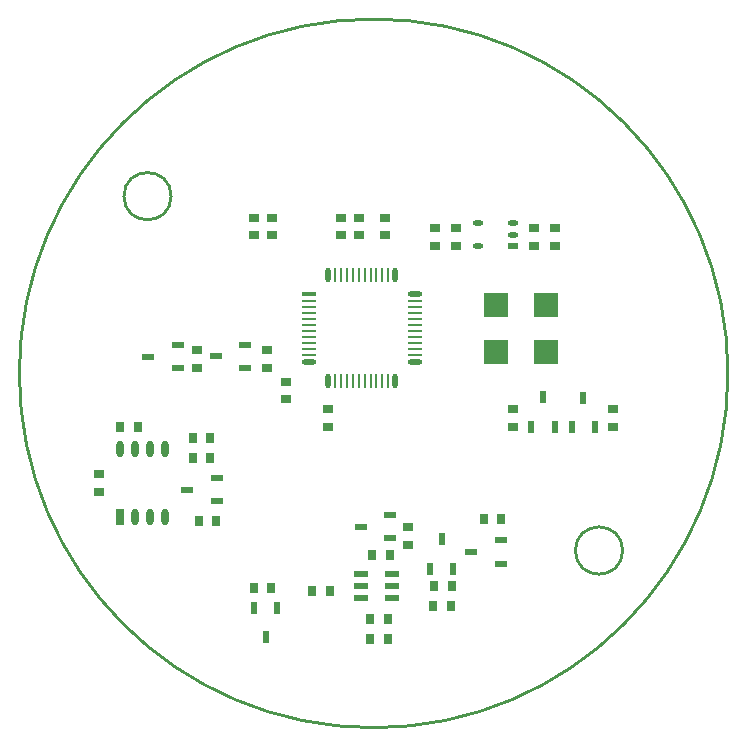
<source format=gtp>
%FSLAX25Y25*%
%MOIN*%
G70*
G01*
G75*
G04 Layer_Color=8421504*
%ADD10R,0.02756X0.03347*%
%ADD11R,0.03347X0.02756*%
%ADD12O,0.04724X0.00984*%
%ADD13R,0.04724X0.01772*%
%ADD14O,0.04724X0.01772*%
%ADD15O,0.00984X0.04724*%
%ADD16O,0.01772X0.04724*%
%ADD17R,0.03937X0.02362*%
%ADD18R,0.04724X0.01969*%
%ADD19O,0.03543X0.01969*%
%ADD20O,0.03543X0.01969*%
%ADD21R,0.03543X0.01969*%
%ADD22R,0.02362X0.03937*%
%ADD23O,0.02500X0.05500*%
%ADD24R,0.02500X0.05500*%
%ADD25R,0.07874X0.07874*%
%ADD26C,0.01000*%
%ADD27C,0.00800*%
%ADD28C,0.02000*%
%ADD29C,0.06000*%
%ADD30C,0.01500*%
%ADD31C,0.03000*%
%ADD32C,0.01200*%
%ADD33C,0.05906*%
%ADD34P,0.08352X4X180.0*%
%ADD35R,0.05906X0.05906*%
G04:AMPARAMS|DCode=36|XSize=78.74mil|YSize=118.11mil|CornerRadius=0mil|HoleSize=0mil|Usage=FLASHONLY|Rotation=45.000|XOffset=0mil|YOffset=0mil|HoleType=Round|Shape=Rectangle|*
%AMROTATEDRECTD36*
4,1,4,0.01392,-0.06960,-0.06960,0.01392,-0.01392,0.06960,0.06960,-0.01392,0.01392,-0.06960,0.0*
%
%ADD36ROTATEDRECTD36*%

G04:AMPARAMS|DCode=37|XSize=78.74mil|YSize=118.11mil|CornerRadius=0mil|HoleSize=0mil|Usage=FLASHONLY|Rotation=45.000|XOffset=0mil|YOffset=0mil|HoleType=Round|Shape=Round|*
%AMOVALD37*
21,1,0.03937,0.07874,0.00000,0.00000,135.0*
1,1,0.07874,0.01392,-0.01392*
1,1,0.07874,-0.01392,0.01392*
%
%ADD37OVALD37*%

G04:AMPARAMS|DCode=38|XSize=78.74mil|YSize=118.11mil|CornerRadius=0mil|HoleSize=0mil|Usage=FLASHONLY|Rotation=75.000|XOffset=0mil|YOffset=0mil|HoleType=Round|Shape=Round|*
%AMOVALD38*
21,1,0.03937,0.07874,0.00000,0.00000,165.0*
1,1,0.07874,0.01901,-0.00510*
1,1,0.07874,-0.01901,0.00510*
%
%ADD38OVALD38*%

G04:AMPARAMS|DCode=39|XSize=78.74mil|YSize=118.11mil|CornerRadius=0mil|HoleSize=0mil|Usage=FLASHONLY|Rotation=75.000|XOffset=0mil|YOffset=0mil|HoleType=Round|Shape=Rectangle|*
%AMROTATEDRECTD39*
4,1,4,0.04685,-0.05331,-0.06723,-0.02274,-0.04685,0.05331,0.06723,0.02274,0.04685,-0.05331,0.0*
%
%ADD39ROTATEDRECTD39*%

%ADD40P,0.08352X4X200.0*%
%ADD41R,0.05906X0.05906*%
%ADD42C,0.02000*%
%ADD43C,0.03000*%
%ADD44C,0.04000*%
%ADD45C,0.05000*%
%ADD46C,0.27559*%
%ADD47C,0.00500*%
%ADD48C,0.00787*%
%ADD49C,0.00984*%
%ADD50C,0.02362*%
D10*
X26105Y-70900D02*
D03*
X20200D02*
D03*
X-58306Y-49200D02*
D03*
X-52400D02*
D03*
X-40005Y-71500D02*
D03*
X-34100D02*
D03*
X-20405Y-72500D02*
D03*
X-14500D02*
D03*
X19895Y-77400D02*
D03*
X25800D02*
D03*
X-54395Y-28300D02*
D03*
X-60300D02*
D03*
X-54395Y-21700D02*
D03*
X-60300D02*
D03*
X-84500Y-17800D02*
D03*
X-78594D02*
D03*
X36694Y-48400D02*
D03*
X42600D02*
D03*
X-1200Y-81800D02*
D03*
X4705D02*
D03*
X-1200Y-88500D02*
D03*
X4705D02*
D03*
X-400Y-60700D02*
D03*
X5505D02*
D03*
D11*
X-58732Y1729D02*
D03*
Y7635D02*
D03*
X-15200Y-12000D02*
D03*
Y-17906D02*
D03*
X79700Y-11994D02*
D03*
Y-17900D02*
D03*
X60300Y42600D02*
D03*
Y48505D02*
D03*
X53400Y48400D02*
D03*
Y42494D02*
D03*
X27300Y42500D02*
D03*
Y48406D02*
D03*
X20500Y48400D02*
D03*
Y42494D02*
D03*
X-39800Y51906D02*
D03*
Y46000D02*
D03*
X-33900D02*
D03*
Y51906D02*
D03*
X3853Y46000D02*
D03*
Y51906D02*
D03*
X-29300Y-2800D02*
D03*
Y-8705D02*
D03*
X-91600Y-39606D02*
D03*
Y-33700D02*
D03*
X-10935Y51906D02*
D03*
Y46000D02*
D03*
X11600Y-51195D02*
D03*
Y-57100D02*
D03*
X-5035Y45994D02*
D03*
Y51900D02*
D03*
X-35531Y1729D02*
D03*
Y7635D02*
D03*
X46600Y-17906D02*
D03*
Y-12000D02*
D03*
D12*
X-21700Y10221D02*
D03*
X13733Y22031D02*
D03*
X13733Y12189D02*
D03*
Y18094D02*
D03*
Y20063D02*
D03*
Y16126D02*
D03*
Y6283D02*
D03*
X-21700Y20063D02*
D03*
Y14157D02*
D03*
X13733Y24000D02*
D03*
X-21700D02*
D03*
X13733Y8252D02*
D03*
Y10221D02*
D03*
Y14157D02*
D03*
X-21700Y22031D02*
D03*
Y16126D02*
D03*
Y6283D02*
D03*
Y12189D02*
D03*
Y18094D02*
D03*
Y8252D02*
D03*
D13*
Y26362D02*
D03*
D14*
X13733D02*
D03*
Y3921D02*
D03*
X-21700D02*
D03*
D15*
X4875Y-2575D02*
D03*
X-12842D02*
D03*
Y32858D02*
D03*
X-10873D02*
D03*
X-8905D02*
D03*
X-6936D02*
D03*
X-4968D02*
D03*
X-1031D02*
D03*
X938D02*
D03*
X2906D02*
D03*
X938Y-2575D02*
D03*
X-10873D02*
D03*
X4875Y32858D02*
D03*
X-2999D02*
D03*
X2906Y-2575D02*
D03*
X-4968D02*
D03*
X-2999D02*
D03*
X-6936D02*
D03*
X-1031D02*
D03*
X-8905D02*
D03*
D16*
X7237D02*
D03*
X-15204Y32858D02*
D03*
X7237D02*
D03*
X-15204Y-2575D02*
D03*
D17*
X-52300Y-34826D02*
D03*
X-62142Y-38763D02*
D03*
X-52300Y-42700D02*
D03*
X5500Y-47126D02*
D03*
X-4343Y-51063D02*
D03*
X5500Y-55000D02*
D03*
X42400Y-55526D02*
D03*
X32557Y-59463D02*
D03*
X42400Y-63400D02*
D03*
X-42731Y9609D02*
D03*
X-52574Y5672D02*
D03*
X-42731Y1735D02*
D03*
X-65332Y9509D02*
D03*
X-75174Y5572D02*
D03*
X-65332Y1635D02*
D03*
D18*
X-4218Y-66863D02*
D03*
Y-70800D02*
D03*
Y-74737D02*
D03*
X6018D02*
D03*
Y-66863D02*
D03*
X6018Y-70800D02*
D03*
D19*
X46600Y49980D02*
D03*
Y46240D02*
D03*
X34789Y49980D02*
D03*
D20*
Y42500D02*
D03*
D21*
X46600D02*
D03*
D22*
X-39974Y-78100D02*
D03*
X-36037Y-87942D02*
D03*
X-32100Y-78100D02*
D03*
X73874Y-18000D02*
D03*
X69937Y-8157D02*
D03*
X66000Y-18000D02*
D03*
X60474Y-17868D02*
D03*
X56537Y-8026D02*
D03*
X52600Y-17868D02*
D03*
X18700Y-65100D02*
D03*
X22637Y-55257D02*
D03*
X26574Y-65100D02*
D03*
D23*
X-79400Y-47900D02*
D03*
Y-25262D02*
D03*
X-69400Y-47900D02*
D03*
X-74400D02*
D03*
X-69400Y-25262D02*
D03*
X-84400D02*
D03*
X-74400D02*
D03*
D24*
X-84400Y-47900D02*
D03*
D25*
X40800Y22842D02*
D03*
Y7095D02*
D03*
X57600Y7000D02*
D03*
Y22748D02*
D03*
D26*
X83000Y-59055D02*
G03*
X83000Y-59055I-7874J0D01*
G01*
X-67500Y59055D02*
G03*
X-67500Y59055I-7874J0D01*
G01*
X118110Y0D02*
G03*
X118110Y0I-118110J0D01*
G01*
M02*

</source>
